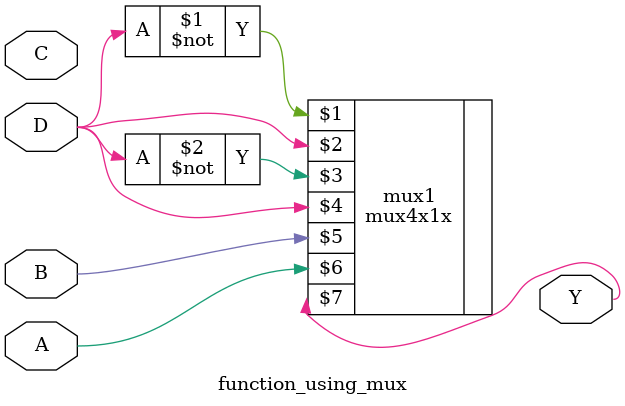
<source format=v>
module function_using_mux(A,B,C,D,Y);
input A,B,C,D;
output Y;
mux4x1x mux1(~D,D,~D,D,B,A,Y);
endmodule


</source>
